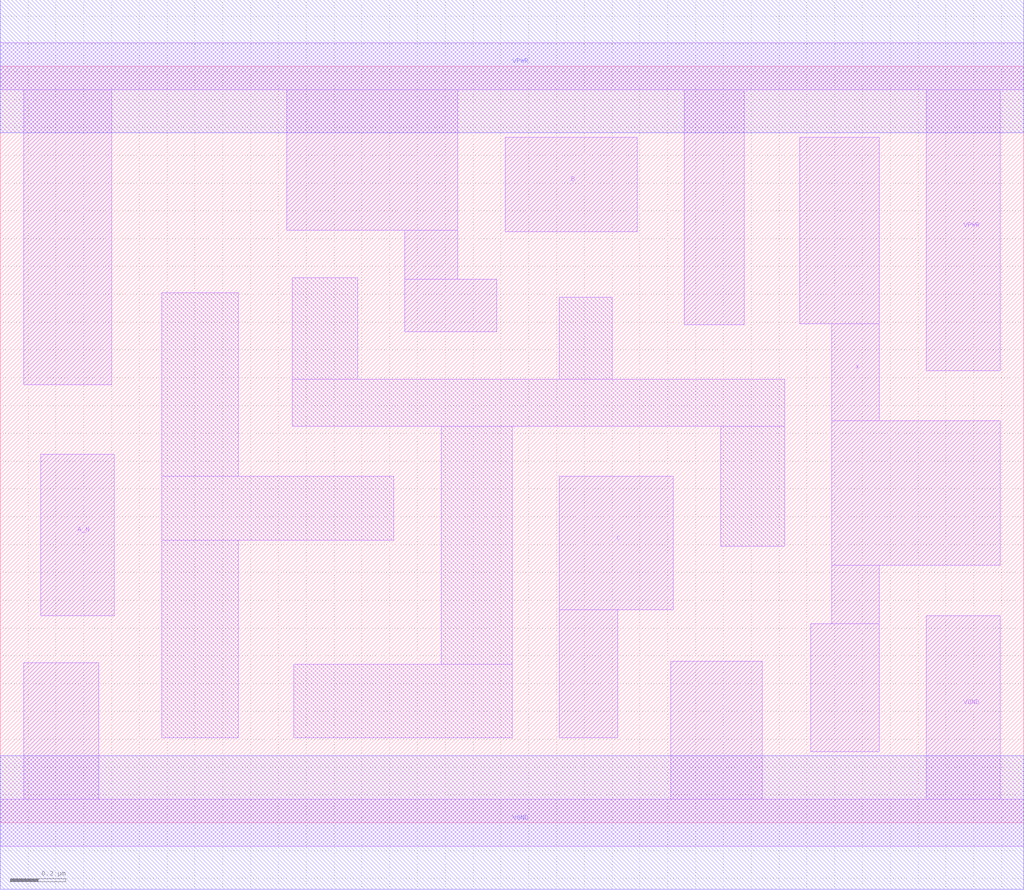
<source format=lef>
# Copyright 2020 The SkyWater PDK Authors
#
# Licensed under the Apache License, Version 2.0 (the "License");
# you may not use this file except in compliance with the License.
# You may obtain a copy of the License at
#
#     https://www.apache.org/licenses/LICENSE-2.0
#
# Unless required by applicable law or agreed to in writing, software
# distributed under the License is distributed on an "AS IS" BASIS,
# WITHOUT WARRANTIES OR CONDITIONS OF ANY KIND, either express or implied.
# See the License for the specific language governing permissions and
# limitations under the License.
#
# SPDX-License-Identifier: Apache-2.0

VERSION 5.5 ;
NAMESCASESENSITIVE ON ;
BUSBITCHARS "[]" ;
DIVIDERCHAR "/" ;
MACRO sky130_fd_sc_hd__and3b_2
  CLASS CORE ;
  SOURCE USER ;
  ORIGIN  0.000000  0.000000 ;
  SIZE  3.680000 BY  2.720000 ;
  SYMMETRY X Y R90 ;
  SITE unithd ;
  PIN A_N
    ANTENNAGATEAREA  0.126000 ;
    DIRECTION INPUT ;
    USE SIGNAL ;
    PORT
      LAYER li1 ;
        RECT 0.145000 0.745000 0.410000 1.325000 ;
    END
  END A_N
  PIN B
    ANTENNAGATEAREA  0.126000 ;
    DIRECTION INPUT ;
    USE SIGNAL ;
    PORT
      LAYER li1 ;
        RECT 1.815000 2.125000 2.290000 2.465000 ;
    END
  END B
  PIN C
    ANTENNAGATEAREA  0.126000 ;
    DIRECTION INPUT ;
    USE SIGNAL ;
    PORT
      LAYER li1 ;
        RECT 2.010000 0.305000 2.220000 0.765000 ;
        RECT 2.010000 0.765000 2.420000 1.245000 ;
    END
  END C
  PIN X
    ANTENNADIFFAREA  0.445500 ;
    DIRECTION OUTPUT ;
    USE SIGNAL ;
    PORT
      LAYER li1 ;
        RECT 2.875000 1.795000 3.160000 2.465000 ;
        RECT 2.915000 0.255000 3.160000 0.715000 ;
        RECT 2.990000 0.715000 3.160000 0.925000 ;
        RECT 2.990000 0.925000 3.595000 1.445000 ;
        RECT 2.990000 1.445000 3.160000 1.795000 ;
    END
  END X
  PIN VGND
    DIRECTION INOUT ;
    SHAPE ABUTMENT ;
    USE GROUND ;
    PORT
      LAYER li1 ;
        RECT 0.000000 -0.085000 3.680000 0.085000 ;
        RECT 0.085000  0.085000 0.355000 0.575000 ;
        RECT 2.410000  0.085000 2.740000 0.580000 ;
        RECT 3.330000  0.085000 3.595000 0.745000 ;
    END
    PORT
      LAYER met1 ;
        RECT 0.000000 -0.240000 3.680000 0.240000 ;
    END
  END VGND
  PIN VPWR
    DIRECTION INOUT ;
    SHAPE ABUTMENT ;
    USE POWER ;
    PORT
      LAYER li1 ;
        RECT 0.000000 2.635000 3.680000 2.805000 ;
        RECT 0.085000 1.575000 0.400000 2.635000 ;
        RECT 1.030000 2.130000 1.645000 2.635000 ;
        RECT 1.455000 1.765000 1.785000 1.955000 ;
        RECT 1.455000 1.955000 1.645000 2.130000 ;
        RECT 2.460000 1.790000 2.675000 2.635000 ;
        RECT 3.330000 1.625000 3.595000 2.635000 ;
    END
    PORT
      LAYER met1 ;
        RECT 0.000000 2.480000 3.680000 2.960000 ;
    END
  END VPWR
  OBS
    LAYER li1 ;
      RECT 0.580000 0.305000 0.855000 1.015000 ;
      RECT 0.580000 1.015000 1.415000 1.245000 ;
      RECT 0.580000 1.245000 0.855000 1.905000 ;
      RECT 1.050000 1.425000 2.820000 1.595000 ;
      RECT 1.050000 1.595000 1.285000 1.960000 ;
      RECT 1.055000 0.305000 1.840000 0.570000 ;
      RECT 1.585000 0.570000 1.840000 1.425000 ;
      RECT 2.010000 1.595000 2.200000 1.890000 ;
      RECT 2.590000 0.995000 2.820000 1.425000 ;
  END
END sky130_fd_sc_hd__and3b_2
END LIBRARY

</source>
